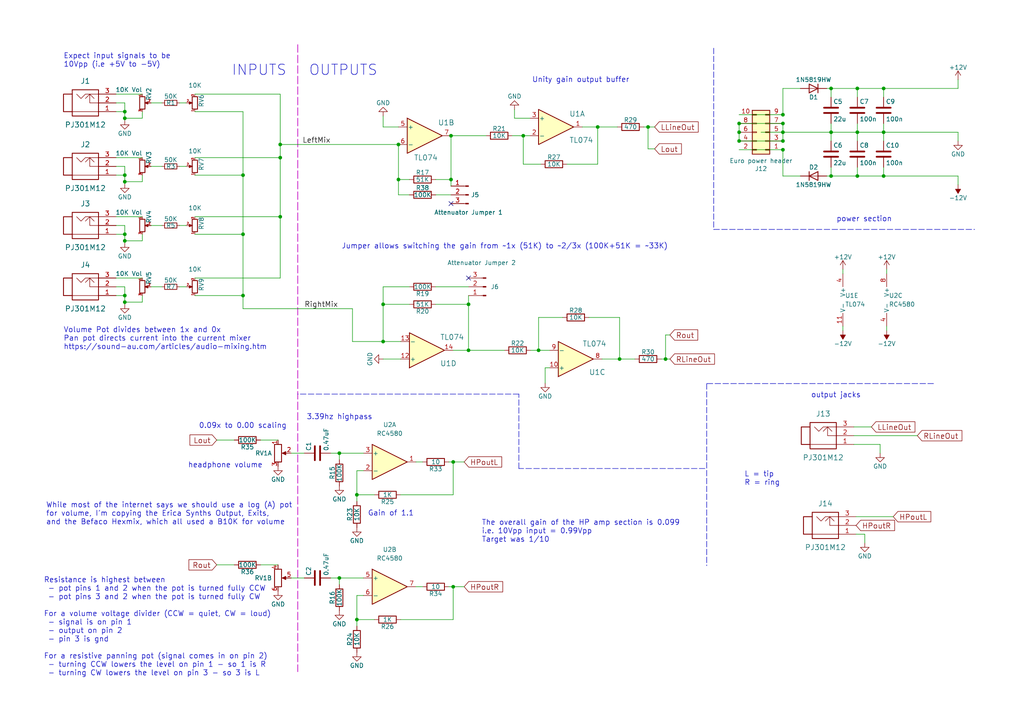
<source format=kicad_sch>
(kicad_sch (version 20211123) (generator eeschema)
  (paper "A4")
  (lib_symbols
    (symbol "Amplifier_Operational:RC4580" (pin_names (offset 0.127))
      (property "Reference" "U" (at 0 5.08 0))
      (property "Value" "RC4580" (at 0 -5.08 0))
      (symbol "RC4580_1_1"
        (polyline (pts (xy -5.08 5.08) (xy 5.08 0) (xy -5.08 -5.08) (xy -5.08 5.08)) (stroke (width 0.254)) (fill (type background)))
        (pin output line (at 7.62 0 180) (length 2.54) (name "~") (number "1"))
        (pin input line (at -7.62 -2.54 0) (length 2.54) (name "-") (number "2"))
        (pin input line (at -7.62 2.54 0) (length 2.54) (name "+") (number "3"))
      )
      (symbol "RC4580_2_1"
        (polyline (pts (xy -5.08 5.08) (xy 5.08 0) (xy -5.08 -5.08) (xy -5.08 5.08)) (stroke (width 0.254)) (fill (type background)))
        (pin input line (at -7.62 2.54 0) (length 2.54) (name "+") (number "5"))
        (pin input line (at -7.62 -2.54 0) (length 2.54) (name "-") (number "6"))
        (pin output line (at 7.62 0 180) (length 2.54) (name "~") (number "7"))
      )
      (symbol "RC4580_3_1"
        (pin power_in line (at -2.54 -7.62 90) (length 3.81) (name "V-") (number "4"))
        (pin power_in line (at -2.54 7.62 270) (length 3.81) (name "V+") (number "8"))
      )
    )
    (symbol "Amplifier_Operational:TL074" (pin_names (offset 0.127))
      (property "Reference" "U" (at 0 5.08 0))
      (property "Value" "TL074" (at 0 -5.08 0))
      (symbol "TL074_1_1"
        (polyline (pts (xy -5.08 5.08) (xy 5.08 0) (xy -5.08 -5.08) (xy -5.08 5.08)) (stroke (width 0.254)) (fill (type background)))
        (pin output line (at 7.62 0 180) (length 2.54) (name "~") (number "1"))
        (pin input line (at -7.62 -2.54 0) (length 2.54) (name "-") (number "2"))
        (pin input line (at -7.62 2.54 0) (length 2.54) (name "+") (number "3"))
      )
      (symbol "TL074_2_1"
        (polyline (pts (xy -5.08 5.08) (xy 5.08 0) (xy -5.08 -5.08) (xy -5.08 5.08)) (stroke (width 0.254)) (fill (type background)))
        (pin input line (at -7.62 2.54 0) (length 2.54) (name "+") (number "5"))
        (pin input line (at -7.62 -2.54 0) (length 2.54) (name "-") (number "6"))
        (pin output line (at 7.62 0 180) (length 2.54) (name "~") (number "7"))
      )
      (symbol "TL074_3_1"
        (polyline (pts (xy -5.08 5.08) (xy 5.08 0) (xy -5.08 -5.08) (xy -5.08 5.08)) (stroke (width 0.254)) (fill (type background)))
        (pin input line (at -7.62 2.54 0) (length 2.54) (name "+") (number "10"))
        (pin output line (at 7.62 0 180) (length 2.54) (name "~") (number "8"))
        (pin input line (at -7.62 -2.54 0) (length 2.54) (name "-") (number "9"))
      )
      (symbol "TL074_4_1"
        (polyline (pts (xy -5.08 5.08) (xy 5.08 0) (xy -5.08 -5.08) (xy -5.08 5.08)) (stroke (width 0.254)) (fill (type background)))
        (pin input line (at -7.62 2.54 0) (length 2.54) (name "+") (number "12"))
        (pin input line (at -7.62 -2.54 0) (length 2.54) (name "-") (number "13"))
        (pin output line (at 7.62 0 180) (length 2.54) (name "~") (number "14"))
      )
      (symbol "TL074_5_1"
        (pin power_in line (at -2.54 -7.62 90) (length 3.81) (name "V-") (number "11"))
        (pin power_in line (at -2.54 7.62 270) (length 3.81) (name "V+") (number "4"))
      )
    )
    (symbol "Connector:Conn_01x03_Male" (pin_names (offset 1.016) hide)
      (property "Reference" "J" (at 0 5.08 0))
      (property "Value" "Conn_01x03_Male" (at 0 -5.08 0))
      (symbol "Conn_01x03_Male_1_1"
        (polyline (pts (xy 1.27 -2.54) (xy 0.8636 -2.54)) (stroke (width 0.1524)))
        (polyline (pts (xy 1.27 0) (xy 0.8636 0)) (stroke (width 0.1524)))
        (polyline (pts (xy 1.27 2.54) (xy 0.8636 2.54)) (stroke (width 0.1524)))
        (rectangle (start 0.8636 -2.413) (end 0 -2.667) (stroke (width 0.1524)) (fill (type outline)))
        (rectangle (start 0.8636 0.127) (end 0 -0.127) (stroke (width 0.1524)) (fill (type outline)))
        (rectangle (start 0.8636 2.667) (end 0 2.413) (stroke (width 0.1524)) (fill (type outline)))
        (pin passive line (at 5.08 2.54 180) (length 3.81) (name "Pin_1") (number "1"))
        (pin passive line (at 5.08 0 180) (length 3.81) (name "Pin_2") (number "2"))
        (pin passive line (at 5.08 -2.54 180) (length 3.81) (name "Pin_3") (number "3"))
      )
    )
    (symbol "Connector_Generic:Conn_02x05_Odd_Even" (pin_names (offset 1.016) hide)
      (property "Reference" "J" (at 1.27 7.62 0))
      (property "Value" "Conn_02x05_Odd_Even" (at 1.27 -7.62 0))
      (symbol "Conn_02x05_Odd_Even_1_1"
        (rectangle (start -1.27 -4.953) (end 0 -5.207) (stroke (width 0.1524)))
        (rectangle (start -1.27 -2.413) (end 0 -2.667) (stroke (width 0.1524)))
        (rectangle (start -1.27 0.127) (end 0 -0.127) (stroke (width 0.1524)))
        (rectangle (start -1.27 2.667) (end 0 2.413) (stroke (width 0.1524)))
        (rectangle (start -1.27 5.207) (end 0 4.953) (stroke (width 0.1524)))
        (rectangle (start -1.27 6.35) (end 3.81 -6.35) (stroke (width 0.254)) (fill (type background)))
        (rectangle (start 3.81 -4.953) (end 2.54 -5.207) (stroke (width 0.1524)))
        (rectangle (start 3.81 -2.413) (end 2.54 -2.667) (stroke (width 0.1524)))
        (rectangle (start 3.81 0.127) (end 2.54 -0.127) (stroke (width 0.1524)))
        (rectangle (start 3.81 2.667) (end 2.54 2.413) (stroke (width 0.1524)))
        (rectangle (start 3.81 5.207) (end 2.54 4.953) (stroke (width 0.1524)))
        (pin passive line (at -5.08 5.08 0) (length 3.81) (name "Pin_1") (number "1"))
        (pin passive line (at 7.62 -5.08 180) (length 3.81) (name "Pin_10") (number "10"))
        (pin passive line (at 7.62 5.08 180) (length 3.81) (name "Pin_2") (number "2"))
        (pin passive line (at -5.08 2.54 0) (length 3.81) (name "Pin_3") (number "3"))
        (pin passive line (at 7.62 2.54 180) (length 3.81) (name "Pin_4") (number "4"))
        (pin passive line (at -5.08 0 0) (length 3.81) (name "Pin_5") (number "5"))
        (pin passive line (at 7.62 0 180) (length 3.81) (name "Pin_6") (number "6"))
        (pin passive line (at -5.08 -2.54 0) (length 3.81) (name "Pin_7") (number "7"))
        (pin passive line (at 7.62 -2.54 180) (length 3.81) (name "Pin_8") (number "8"))
        (pin passive line (at -5.08 -5.08 0) (length 3.81) (name "Pin_9") (number "9"))
      )
    )
    (symbol "Device:C" (pin_numbers hide) (pin_names (offset 0.254))
      (property "Reference" "C" (at 0.635 2.54 0))
      (property "Value" "C" (at 0.635 -2.54 0))
      (symbol "C_0_1"
        (polyline (pts (xy -2.032 -0.762) (xy 2.032 -0.762)) (stroke (width 0.508)))
        (polyline (pts (xy -2.032 0.762) (xy 2.032 0.762)) (stroke (width 0.508)))
      )
      (symbol "C_1_1"
        (pin passive line (at 0 3.81 270) (length 2.794) (name "~") (number "1"))
        (pin passive line (at 0 -3.81 90) (length 2.794) (name "~") (number "2"))
      )
    )
    (symbol "Device:D" (pin_numbers hide) (pin_names (offset 1.016) hide)
      (property "Reference" "D" (at 0 2.54 0))
      (property "Value" "D" (at 0 -2.54 0))
      (symbol "D_0_1"
        (polyline (pts (xy -1.27 1.27) (xy -1.27 -1.27)) (stroke (width 0.254)))
        (polyline (pts (xy 1.27 0) (xy -1.27 0)))
        (polyline (pts (xy 1.27 1.27) (xy 1.27 -1.27) (xy -1.27 0) (xy 1.27 1.27)) (stroke (width 0.254)))
      )
      (symbol "D_1_1"
        (pin passive line (at -3.81 0 0) (length 2.54) (name "K") (number "1"))
        (pin passive line (at 3.81 0 180) (length 2.54) (name "A") (number "2"))
      )
    )
    (symbol "Device:R" (pin_numbers hide) (pin_names (offset 0))
      (property "Reference" "R" (at 2.032 0 90))
      (property "Value" "R" (at 0 0 90))
      (symbol "R_0_1"
        (rectangle (start -1.016 -2.54) (end 1.016 2.54) (stroke (width 0.254)))
      )
      (symbol "R_1_1"
        (pin passive line (at 0 3.81 270) (length 1.27) (name "~") (number "1"))
        (pin passive line (at 0 -3.81 90) (length 1.27) (name "~") (number "2"))
      )
    )
    (symbol "Device:R_POT_Dual_Separate" (pin_names (offset 1.016) hide)
      (property "Reference" "RV" (at -4.445 0 90))
      (property "Value" "Device_R_POT_Dual_Separate" (at -2.54 0 90))
      (symbol "R_POT_Dual_Separate_0_1"
        (polyline (pts (xy 2.54 0) (xy 1.524 0)))
        (polyline (pts (xy 1.143 0) (xy 2.286 0.508) (xy 2.286 -0.508) (xy 1.143 0)) (fill (type outline)))
        (rectangle (start 1.016 2.54) (end -1.016 -2.54) (stroke (width 0.254)))
      )
      (symbol "R_POT_Dual_Separate_1_1"
        (pin passive line (at 0 3.81 270) (length 1.27) (name "1") (number "1"))
        (pin passive line (at 3.81 0 180) (length 1.27) (name "2") (number "2"))
        (pin passive line (at 0 -3.81 90) (length 1.27) (name "3") (number "3"))
      )
      (symbol "R_POT_Dual_Separate_2_1"
        (pin passive line (at 0 3.81 270) (length 1.27) (name "4") (number "4"))
        (pin passive line (at 3.81 0 180) (length 1.27) (name "5") (number "5"))
        (pin passive line (at 0 -3.81 90) (length 1.27) (name "6") (number "6"))
      )
    )
    (symbol "Device:R_Potentiometer_Small" (pin_names (offset 1.016) hide)
      (property "Reference" "RV" (at -4.445 0 90))
      (property "Value" "R_Potentiometer_Small" (at -2.54 0 90))
      (symbol "R_Potentiometer_Small_0_1"
        (polyline (pts (xy 0.889 0) (xy 0.635 0) (xy 1.651 0.381) (xy 1.651 -0.381) (xy 0.635 0) (xy 0.889 0)) (fill (type outline)))
        (rectangle (start 0.762 1.8034) (end -0.762 -1.8034) (stroke (width 0.254)))
      )
      (symbol "R_Potentiometer_Small_1_1"
        (pin passive line (at 0 2.54 270) (length 0.635) (name "1") (number "1"))
        (pin passive line (at 2.54 0 180) (length 0.9906) (name "2") (number "2"))
        (pin passive line (at 0 -2.54 90) (length 0.635) (name "3") (number "3"))
      )
    )
    (symbol "Device:R_Small" (pin_numbers hide) (pin_names (offset 0.254) hide)
      (property "Reference" "R" (at 0.762 0.508 0))
      (property "Value" "R_Small" (at 0.762 -1.016 0))
      (symbol "R_Small_0_1"
        (rectangle (start -0.762 1.778) (end 0.762 -1.778) (stroke (width 0.2032)))
      )
      (symbol "R_Small_1_1"
        (pin passive line (at 0 2.54 270) (length 0.762) (name "~") (number "1"))
        (pin passive line (at 0 -2.54 90) (length 0.762) (name "~") (number "2"))
      )
    )
    (symbol "pj301m12:PJ301M12" (pin_names (offset 1.016))
      (property "Reference" "J" (at 0 6.35 0))
      (property "Value" "PJ301M12" (at 0 -6.35 0))
      (symbol "PJ301M12_0_1"
        (rectangle (start -3.81 3.81) (end 3.81 -3.81) (stroke (width 0.254)))
        (polyline (pts (xy 3.81 -2.54) (xy -3.81 -2.54)))
        (polyline (pts (xy 0 1.27) (xy 1.27 2.54) (xy 2.54 1.27)))
        (polyline (pts (xy 3.81 0) (xy 1.27 0) (xy 1.27 2.54)))
        (polyline (pts (xy -3.81 2.54) (xy -6.35 2.54) (xy -6.35 -2.54) (xy -3.81 -2.54)) (stroke (width 0.254)))
        (polyline (pts (xy 3.81 2.54) (xy 0 2.54) (xy -1.27 1.27) (xy -2.54 2.54)))
      )
      (symbol "PJ301M12_1_1"
        (pin passive line (at 8.89 -2.54 180) (length 5.08) (name "~") (number "1"))
        (pin passive line (at 8.89 0 180) (length 5.08) (name "~") (number "2"))
        (pin passive line (at 8.89 2.54 180) (length 5.08) (name "~") (number "3"))
      )
    )
    (symbol "power:+12V" (power) (pin_names (offset 0))
      (property "Value" "+12V" (at 0 3.556 0))
      (symbol "+12V_0_1"
        (polyline (pts (xy -0.762 1.27) (xy 0 2.54)))
        (polyline (pts (xy 0 0) (xy 0 2.54)))
        (polyline (pts (xy 0 2.54) (xy 0.762 1.27)))
      )
      (symbol "+12V_1_1"
        (pin power_in line (at 0 0 90) (length 0) hide (name "+12V") (number "1"))
      )
    )
    (symbol "power:-12V" (power) (pin_names (offset 0))
      (property "Value" "-12V" (at 0 3.81 0))
      (symbol "-12V_0_0"
        (pin power_in line (at 0 0 90) (length 0) hide (name "-12V") (number "1"))
      )
      (symbol "-12V_0_1"
        (polyline (pts (xy 0 0) (xy 0 1.27) (xy 0.762 1.27) (xy 0 2.54) (xy -0.762 1.27) (xy 0 1.27)) (fill (type outline)))
      )
    )
    (symbol "power:GND" (power) (pin_names (offset 0))
      (property "Value" "GND" (at 0 -3.81 0))
      (symbol "GND_0_1"
        (polyline (pts (xy 0 0) (xy 0 -1.27) (xy 1.27 -1.27) (xy 0 -2.54) (xy -1.27 -1.27) (xy 0 -1.27)))
      )
      (symbol "GND_1_1"
        (pin power_in line (at 0 0 270) (length 0) hide (name "GND") (number "1"))
      )
    )
  )
  (junction (at 131.445 170.18))
  (junction (at 248.666 51.054))
  (junction (at 115.57 41.91))
  (junction (at 248.666 38.354))
  (junction (at 36.195 34.29))
  (junction (at 227.076 40.894))
  (junction (at 193.04 104.14))
  (junction (at 36.195 32.385))
  (junction (at 36.195 87.63))
  (junction (at 70.485 67.945))
  (junction (at 115.57 52.07))
  (junction (at 98.425 167.64))
  (junction (at 111.125 88.265))
  (junction (at 98.425 131.445))
  (junction (at 214.376 35.814))
  (junction (at 227.076 35.814))
  (junction (at 36.195 85.725))
  (junction (at 81.28 41.91))
  (junction (at 256.286 38.354))
  (junction (at 227.076 43.434))
  (junction (at 156.21 101.6))
  (junction (at 36.195 50.8))
  (junction (at 111.125 99.06))
  (junction (at 36.195 52.705))
  (junction (at 103.505 143.51))
  (junction (at 151.765 39.37))
  (junction (at 214.376 40.894))
  (junction (at 36.195 69.85))
  (junction (at 241.046 51.054))
  (junction (at 135.89 101.6))
  (junction (at 81.28 45.72))
  (junction (at 256.286 51.054))
  (junction (at 70.485 85.725))
  (junction (at 227.076 38.354))
  (junction (at 70.485 50.8))
  (junction (at 227.076 33.274))
  (junction (at 173.355 36.83))
  (junction (at 130.81 52.07))
  (junction (at 81.28 62.865))
  (junction (at 179.705 104.14))
  (junction (at 130.81 39.37))
  (junction (at 36.195 67.945))
  (junction (at 256.286 25.654))
  (junction (at 214.376 38.354))
  (junction (at 248.666 25.654))
  (junction (at 131.445 133.985))
  (junction (at 135.89 88.265))
  (junction (at 103.505 179.705))
  (junction (at 187.96 36.83))
  (junction (at 241.046 38.354))
  (junction (at 241.046 25.654))
  (no_connect (at 130.81 59.055))
  (no_connect (at 135.89 80.645))
  (wire (pts (xy 227.076 35.814) (xy 227.076 38.354)))
  (wire (pts (xy 241.046 25.654) (xy 248.666 25.654)))
  (wire (pts (xy 111.125 104.14) (xy 116.205 104.14)))
  (wire (pts (xy 41.275 69.85) (xy 36.195 69.85)))
  (wire (pts (xy 111.125 99.06) (xy 111.125 88.265)))
  (wire (pts (xy 43.815 65.405) (xy 46.99 65.405)))
  (wire (pts (xy 135.89 88.265) (xy 135.89 101.6)))
  (wire (pts (xy 130.81 52.07) (xy 130.81 53.975)))
  (wire (pts (xy 43.815 29.845) (xy 46.99 29.845)))
  (wire (pts (xy 103.505 179.705) (xy 103.505 181.61)))
  (wire (pts (xy 98.425 167.64) (xy 98.425 169.545)))
  (wire (pts (xy 151.765 47.625) (xy 156.845 47.625)))
  (wire (pts (xy 105.41 136.525) (xy 103.505 136.525)))
  (wire (pts (xy 248.666 25.654) (xy 248.666 28.194)))
  (wire (pts (xy 220.726 38.354) (xy 227.076 38.354)))
  (wire (pts (xy 84.455 131.445) (xy 88.265 131.445)))
  (wire (pts (xy 36.195 67.945) (xy 36.195 69.85)))
  (wire (pts (xy 105.41 172.72) (xy 103.505 172.72)))
  (wire (pts (xy 33.655 83.185) (xy 36.195 83.185)))
  (wire (pts (xy 115.57 52.07) (xy 118.745 52.07)))
  (wire (pts (xy 135.89 85.725) (xy 135.89 88.265)))
  (wire (pts (xy 255.27 128.905) (xy 255.27 131.445)))
  (wire (pts (xy 130.175 133.985) (xy 131.445 133.985)))
  (wire (pts (xy 241.046 35.814) (xy 241.046 38.354)))
  (wire (pts (xy 33.655 50.8) (xy 36.195 50.8)))
  (wire (pts (xy 98.425 131.445) (xy 105.41 131.445)))
  (wire (pts (xy 186.69 36.83) (xy 187.96 36.83)))
  (wire (pts (xy 115.57 41.91) (xy 115.57 52.07)))
  (wire (pts (xy 191.77 104.14) (xy 193.04 104.14)))
  (wire (pts (xy 84.455 167.64) (xy 88.265 167.64)))
  (wire (pts (xy 41.275 85.725) (xy 41.275 87.63)))
  (wire (pts (xy 116.205 99.06) (xy 111.125 99.06)))
  (wire (pts (xy 156.21 92.075) (xy 163.195 92.075)))
  (wire (pts (xy 33.655 80.645) (xy 41.275 80.645)))
  (wire (pts (xy 103.505 136.525) (xy 103.505 143.51)))
  (wire (pts (xy 247.65 126.365) (xy 266.065 126.365)))
  (wire (pts (xy 103.505 172.72) (xy 103.505 179.705)))
  (wire (pts (xy 36.195 69.85) (xy 36.195 70.485)))
  (wire (pts (xy 81.28 45.72) (xy 81.28 62.865)))
  (wire (pts (xy 131.445 133.985) (xy 131.445 143.51)))
  (wire (pts (xy 248.666 38.354) (xy 248.666 40.894)))
  (wire (pts (xy 241.046 51.054) (xy 248.666 51.054)))
  (wire (pts (xy 41.275 87.63) (xy 36.195 87.63)))
  (wire (pts (xy 164.465 47.625) (xy 173.355 47.625)))
  (wire (pts (xy 36.195 65.405) (xy 36.195 67.945)))
  (wire (pts (xy 247.65 123.825) (xy 252.73 123.825)))
  (wire (pts (xy 70.485 67.945) (xy 70.485 85.725)))
  (wire (pts (xy 256.286 25.654) (xy 277.876 25.654)))
  (wire (pts (xy 248.666 48.514) (xy 248.666 51.054)))
  (wire (pts (xy 41.275 32.385) (xy 41.275 34.29)))
  (wire (pts (xy 244.475 78.105) (xy 244.475 79.375)))
  (wire (pts (xy 257.175 94.615) (xy 257.175 95.885)))
  (wire (pts (xy 36.195 83.185) (xy 36.195 85.725)))
  (wire (pts (xy 131.445 101.6) (xy 135.89 101.6)))
  (wire (pts (xy 131.445 133.985) (xy 134.62 133.985)))
  (wire (pts (xy 130.81 39.37) (xy 140.97 39.37)))
  (wire (pts (xy 135.89 101.6) (xy 146.304 101.6)))
  (polyline (pts (xy 204.47 135.89) (xy 150.495 135.89)))
  (wire (pts (xy 111.125 88.265) (xy 111.125 83.185)))
  (wire (pts (xy 241.046 38.354) (xy 241.046 40.894)))
  (wire (pts (xy 277.876 25.654) (xy 277.876 23.114)))
  (wire (pts (xy 214.376 35.814) (xy 227.076 35.814)))
  (wire (pts (xy 148.59 39.37) (xy 151.765 39.37)))
  (wire (pts (xy 241.046 25.654) (xy 241.046 28.194)))
  (polyline (pts (xy 86.36 12.954) (xy 86.36 194.818)) (stroke (width 0.2032) (color 194 0 194 1)))
  (polyline (pts (xy 270.764 111.252) (xy 204.978 111.252)))
  (wire (pts (xy 248.285 149.86) (xy 259.08 149.86)))
  (wire (pts (xy 75.565 127.635) (xy 80.645 127.635)))
  (wire (pts (xy 158.115 106.68) (xy 158.115 111.125)))
  (wire (pts (xy 248.666 38.354) (xy 256.286 38.354)))
  (wire (pts (xy 168.91 36.83) (xy 173.355 36.83)))
  (polyline (pts (xy 204.978 111.252) (xy 204.978 164.084)))
  (wire (pts (xy 36.195 29.845) (xy 36.195 32.385)))
  (wire (pts (xy 70.485 89.535) (xy 102.235 89.535)))
  (wire (pts (xy 36.195 32.385) (xy 36.195 34.29)))
  (wire (pts (xy 173.355 36.83) (xy 173.355 47.625)))
  (wire (pts (xy 36.195 52.705) (xy 36.195 53.34)))
  (wire (pts (xy 52.07 48.26) (xy 53.975 48.26)))
  (wire (pts (xy 247.65 128.905) (xy 255.27 128.905)))
  (wire (pts (xy 126.365 52.07) (xy 130.81 52.07)))
  (wire (pts (xy 81.28 41.91) (xy 115.57 41.91)))
  (wire (pts (xy 244.475 94.615) (xy 244.475 95.885)))
  (wire (pts (xy 126.365 56.515) (xy 130.81 56.515)))
  (wire (pts (xy 56.515 62.865) (xy 81.28 62.865)))
  (wire (pts (xy 173.355 36.83) (xy 179.07 36.83)))
  (wire (pts (xy 33.655 85.725) (xy 36.195 85.725)))
  (wire (pts (xy 131.445 170.18) (xy 134.62 170.18)))
  (wire (pts (xy 227.076 43.434) (xy 227.076 51.054)))
  (wire (pts (xy 98.425 131.445) (xy 98.425 133.35)))
  (wire (pts (xy 102.235 89.535) (xy 102.235 99.06)))
  (wire (pts (xy 193.04 97.155) (xy 193.04 104.14)))
  (wire (pts (xy 70.485 50.8) (xy 70.485 67.945)))
  (wire (pts (xy 33.655 67.945) (xy 36.195 67.945)))
  (wire (pts (xy 33.655 27.305) (xy 41.275 27.305)))
  (wire (pts (xy 126.365 88.265) (xy 135.89 88.265)))
  (wire (pts (xy 52.07 29.845) (xy 53.975 29.845)))
  (wire (pts (xy 156.21 92.075) (xy 156.21 101.6)))
  (wire (pts (xy 239.776 25.654) (xy 241.046 25.654)))
  (polyline (pts (xy 150.495 114.3) (xy 86.36 114.3)))
  (wire (pts (xy 111.125 33.655) (xy 111.125 36.83)))
  (wire (pts (xy 214.376 40.894) (xy 214.376 38.354)))
  (wire (pts (xy 33.655 48.26) (xy 36.195 48.26)))
  (wire (pts (xy 43.815 83.185) (xy 46.99 83.185)))
  (wire (pts (xy 52.07 65.405) (xy 53.975 65.405)))
  (polyline (pts (xy 207.01 66.548) (xy 282.702 66.548)))
  (wire (pts (xy 227.076 38.354) (xy 227.076 40.894)))
  (wire (pts (xy 241.046 38.354) (xy 248.666 38.354)))
  (wire (pts (xy 187.96 36.83) (xy 187.96 43.18)))
  (wire (pts (xy 41.275 34.29) (xy 36.195 34.29)))
  (polyline (pts (xy 150.495 135.89) (xy 150.495 114.3)))
  (wire (pts (xy 95.885 131.445) (xy 98.425 131.445)))
  (wire (pts (xy 62.865 163.83) (xy 67.945 163.83)))
  (wire (pts (xy 151.765 39.37) (xy 153.67 39.37)))
  (wire (pts (xy 52.07 83.185) (xy 53.975 83.185)))
  (wire (pts (xy 227.076 33.274) (xy 227.076 25.654)))
  (wire (pts (xy 43.815 48.26) (xy 46.99 48.26)))
  (wire (pts (xy 75.565 163.83) (xy 80.645 163.83)))
  (wire (pts (xy 174.625 104.14) (xy 179.705 104.14)))
  (wire (pts (xy 256.286 51.054) (xy 277.876 51.054)))
  (wire (pts (xy 111.125 83.185) (xy 118.745 83.185)))
  (wire (pts (xy 103.505 143.51) (xy 103.505 145.415)))
  (wire (pts (xy 95.885 167.64) (xy 98.425 167.64)))
  (polyline (pts (xy 207.01 13.97) (xy 207.01 66.548)))
  (wire (pts (xy 227.076 38.354) (xy 241.046 38.354)))
  (wire (pts (xy 193.04 104.14) (xy 194.31 104.14)))
  (wire (pts (xy 277.876 51.054) (xy 277.876 53.594)))
  (wire (pts (xy 70.485 85.725) (xy 70.485 89.535)))
  (wire (pts (xy 103.505 143.51) (xy 108.585 143.51)))
  (wire (pts (xy 241.046 48.514) (xy 241.046 51.054)))
  (wire (pts (xy 111.125 36.83) (xy 115.57 36.83)))
  (wire (pts (xy 227.076 40.894) (xy 214.376 40.894)))
  (wire (pts (xy 156.21 101.6) (xy 159.385 101.6)))
  (wire (pts (xy 179.705 92.075) (xy 179.705 104.14)))
  (wire (pts (xy 62.865 127.635) (xy 67.945 127.635)))
  (wire (pts (xy 277.876 38.354) (xy 277.876 40.894)))
  (wire (pts (xy 33.655 45.72) (xy 41.275 45.72)))
  (wire (pts (xy 56.515 32.385) (xy 70.485 32.385)))
  (wire (pts (xy 170.815 92.075) (xy 179.705 92.075)))
  (wire (pts (xy 56.515 45.72) (xy 81.28 45.72)))
  (wire (pts (xy 187.96 36.83) (xy 189.865 36.83)))
  (wire (pts (xy 248.666 35.814) (xy 248.666 38.354)))
  (wire (pts (xy 153.924 101.6) (xy 156.21 101.6)))
  (wire (pts (xy 214.376 43.434) (xy 227.076 43.434)))
  (wire (pts (xy 103.505 179.705) (xy 108.585 179.705)))
  (wire (pts (xy 36.195 50.8) (xy 36.195 52.705)))
  (wire (pts (xy 131.445 170.18) (xy 131.445 179.705)))
  (wire (pts (xy 56.515 27.305) (xy 81.28 27.305)))
  (wire (pts (xy 256.286 51.054) (xy 256.286 48.514)))
  (wire (pts (xy 115.57 52.07) (xy 115.57 56.515)))
  (wire (pts (xy 126.365 83.185) (xy 135.89 83.185)))
  (wire (pts (xy 56.515 85.725) (xy 70.485 85.725)))
  (wire (pts (xy 81.28 62.865) (xy 81.28 80.645)))
  (wire (pts (xy 33.655 29.845) (xy 36.195 29.845)))
  (wire (pts (xy 256.286 38.354) (xy 256.286 40.894)))
  (wire (pts (xy 256.286 25.654) (xy 256.286 28.194)))
  (wire (pts (xy 33.655 32.385) (xy 36.195 32.385)))
  (wire (pts (xy 149.225 31.75) (xy 149.225 34.29)))
  (wire (pts (xy 248.666 51.054) (xy 256.286 51.054)))
  (wire (pts (xy 187.96 43.18) (xy 189.865 43.18)))
  (wire (pts (xy 130.175 170.18) (xy 131.445 170.18)))
  (wire (pts (xy 70.485 32.385) (xy 70.485 50.8)))
  (wire (pts (xy 116.205 179.705) (xy 131.445 179.705)))
  (wire (pts (xy 115.57 56.515) (xy 118.745 56.515)))
  (wire (pts (xy 248.666 25.654) (xy 256.286 25.654)))
  (wire (pts (xy 159.385 106.68) (xy 158.115 106.68)))
  (wire (pts (xy 179.705 104.14) (xy 184.15 104.14)))
  (wire (pts (xy 41.275 50.8) (xy 41.275 52.705)))
  (wire (pts (xy 214.376 33.274) (xy 227.076 33.274)))
  (wire (pts (xy 149.225 34.29) (xy 153.67 34.29)))
  (wire (pts (xy 227.076 25.654) (xy 232.156 25.654)))
  (wire (pts (xy 257.175 78.105) (xy 257.175 79.375)))
  (wire (pts (xy 120.65 133.985) (xy 122.555 133.985)))
  (wire (pts (xy 102.235 99.06) (xy 111.125 99.06)))
  (wire (pts (xy 116.205 143.51) (xy 131.445 143.51)))
  (wire (pts (xy 256.286 38.354) (xy 277.876 38.354)))
  (wire (pts (xy 194.31 97.155) (xy 193.04 97.155)))
  (wire (pts (xy 239.776 51.054) (xy 241.046 51.054)))
  (wire (pts (xy 120.65 170.18) (xy 122.555 170.18)))
  (wire (pts (xy 41.275 67.945) (xy 41.275 69.85)))
  (wire (pts (xy 214.376 38.354) (xy 214.376 35.814)))
  (wire (pts (xy 56.515 80.645) (xy 81.28 80.645)))
  (wire (pts (xy 56.515 67.945) (xy 70.485 67.945)))
  (wire (pts (xy 36.195 34.29) (xy 36.195 34.925)))
  (wire (pts (xy 151.765 39.37) (xy 151.765 47.625)))
  (wire (pts (xy 36.195 87.63) (xy 36.195 88.265)))
  (wire (pts (xy 227.076 51.054) (xy 232.156 51.054)))
  (wire (pts (xy 33.655 65.405) (xy 36.195 65.405)))
  (wire (pts (xy 248.285 154.94) (xy 250.825 154.94)))
  (wire (pts (xy 36.195 48.26) (xy 36.195 50.8)))
  (wire (pts (xy 250.825 154.94) (xy 250.825 157.48)))
  (wire (pts (xy 111.125 88.265) (xy 118.745 88.265)))
  (wire (pts (xy 56.515 50.8) (xy 70.485 50.8)))
  (wire (pts (xy 256.286 35.814) (xy 256.286 38.354)))
  (wire (pts (xy 130.81 39.37) (xy 130.81 52.07)))
  (wire (pts (xy 98.425 167.64) (xy 105.41 167.64)))
  (wire (pts (xy 81.28 41.91) (xy 81.28 45.72)))
  (wire (pts (xy 81.28 27.305) (xy 81.28 41.91)))
  (wire (pts (xy 36.195 85.725) (xy 36.195 87.63)))
  (wire (pts (xy 41.275 52.705) (xy 36.195 52.705)))
  (wire (pts (xy 33.655 62.865) (xy 41.275 62.865)))
  (text "The overall gain of the HP amp section is 0.099\ni.e. 10Vpp input = 0.99Vpp\nTarget was 1/10" (at 139.7 157.48 0) (effects (font (size 1.524 1.524)) (justify left bottom)))
  (text "headphone volume" (at 76.2 135.89 180) (effects (font (size 1.524 1.524)) (justify right bottom)))
  (text "3.39hz highpass" (at 88.9 121.92 0) (effects (font (size 1.524 1.524)) (justify left bottom)))
  (text "INPUTS" (at 83.185 22.225 180) (effects (font (size 2.9972 2.9972)) (justify right bottom)))
  (text "Volume Pot divides between 1x and 0x\nPan pot directs current into the current mixer\nhttps://sound-au.com/articles/audio-mixing.htm" (at 18.415 101.6 0) (effects (font (size 1.524 1.524)) (justify left bottom)))
  (text "L = tip\nR = ring" (at 215.9 140.97 0) (effects (font (size 1.524 1.524)) (justify left bottom)))
  (text "Unity gain output buffer" (at 154.305 24.13 0) (effects (font (size 1.524 1.524)) (justify left bottom)))
  (text "0.09x to 0.00 scaling" (at 83.185 124.46 180) (effects (font (size 1.524 1.524)) (justify right bottom)))
  (text "Gain of 1.1" (at 106.68 149.86 0) (effects (font (size 1.524 1.524)) (justify left bottom)))
  (text "While most of the internet says we should use a log (A) pot\nfor volume, I'm copying the Erica Synths Output, Exits,\nand the Befaco Hexmix, which all used a B10K for volume" (at 13.335 152.4 0) (effects (font (size 1.524 1.524)) (justify left bottom)))
  (text "OUTPUTS" (at 89.535 22.225 0) (effects (font (size 2.9972 2.9972)) (justify left bottom)))
  (text "Jumper allows switching the gain from ~1x (51K) to ~2/3x (100K+51K = ~33K)" (at 99.06 72.39 0) (effects (font (size 1.524 1.524)) (justify left bottom)))
  (text "output jacks" (at 235.204 115.57 0) (effects (font (size 1.524 1.524)) (justify left bottom)))
  (text "Expect input signals to be\n10Vpp (i.e +5V to -5V)" (at 18.415 19.685 0) (effects (font (size 1.524 1.524)) (justify left bottom)))
  (text "power section" (at 242.57 64.516 0) (effects (font (size 1.524 1.524)) (justify left bottom)))
  (text "Resistance is highest between\n - pot pins 1 and 2 when the pot is turned fully CCW\n - pot pins 3 and 2 when the pot is turned fully CW\n\nFor a volume voltage divider (CCW = quiet, CW = loud)\n - signal is on pin 1\n - output on pin 2\n - pin 3 is gnd\n\nFor a resistive panning pot (signal comes in on pin 2)\n - turning CCW lowers the level on pin 1 - so 1 is R\n - turning CW lowers the level on pin 3 - so 3 is L\n" (at 12.7 196.215 0) (effects (font (size 1.524 1.524)) (justify left bottom)))
  (label "RightMix" (at 88.265 89.535 0) (effects (font (size 1.524 1.524))))
  (label "LeftMix" (at 95.885 41.91 180) (effects (font (size 1.524 1.524))))
  (global_label "RLineOut" (shape input) (at 194.31 104.14 0) (effects (font (size 1.524 1.524))) (property "Intersheet References" "${INTERSHEET_REFS}" (effects hide)))
  (global_label "HPoutL" (shape input) (at 134.62 133.985 0) (effects (font (size 1.524 1.524))) (property "Intersheet References" "${INTERSHEET_REFS}" (effects hide)))
  (global_label "RLineOut" (shape input) (at 266.065 126.365 0) (effects (font (size 1.524 1.524))) (property "Intersheet References" "${INTERSHEET_REFS}" (effects hide)))
  (global_label "HPoutL" (shape input) (at 259.08 149.86 0) (effects (font (size 1.524 1.524))) (property "Intersheet References" "${INTERSHEET_REFS}" (effects hide)))
  (global_label "Lout" (shape input) (at 62.865 127.635 180) (effects (font (size 1.524 1.524))) (property "Intersheet References" "${INTERSHEET_REFS}" (effects hide)))
  (global_label "HPoutR" (shape input) (at 134.62 170.18 0) (effects (font (size 1.524 1.524))) (property "Intersheet References" "${INTERSHEET_REFS}" (effects hide)))
  (global_label "Rout" (shape input) (at 194.31 97.155 0) (effects (font (size 1.524 1.524))) (property "Intersheet References" "${INTERSHEET_REFS}" (effects hide)))
  (global_label "LLineOut" (shape input) (at 252.73 123.825 0) (effects (font (size 1.524 1.524))) (property "Intersheet References" "${INTERSHEET_REFS}" (effects hide)))
  (global_label "Rout" (shape input) (at 62.865 163.83 180) (effects (font (size 1.524 1.524))) (property "Intersheet References" "${INTERSHEET_REFS}" (effects hide)))
  (global_label "HPoutR" (shape input) (at 248.285 152.4 0) (effects (font (size 1.524 1.524))) (property "Intersheet References" "${INTERSHEET_REFS}" (effects hide)))
  (global_label "LLineOut" (shape input) (at 189.865 36.83 0) (effects (font (size 1.524 1.524))) (property "Intersheet References" "${INTERSHEET_REFS}" (effects hide)))
  (global_label "Lout" (shape input) (at 189.865 43.18 0) (effects (font (size 1.524 1.524))) (property "Intersheet References" "${INTERSHEET_REFS}" (effects hide)))
  (symbol (lib_id "Device:R") (at 182.88 36.83 90) (unit 1)
    (property "Reference" "R29" (at 182.88 34.798 90))
    (property "Value" "470" (at 182.88 36.83 90))
    (property "Footprint" "Resistor_SMD:R_0603_1608Metric" (effects hide))
  )
  (symbol (lib_id "Device:R") (at 187.96 104.14 90) (unit 1)
    (property "Reference" "R30" (at 187.96 102.108 90))
    (property "Value" "470" (at 187.96 104.14 90))
    (property "Footprint" "Resistor_SMD:R_0603_1608Metric" (effects hide))
  )
  (symbol (lib_id "Device:R") (at 122.555 52.07 90) (unit 1)
    (property "Reference" "R17" (at 122.555 50.038 90))
    (property "Value" "51K" (at 122.555 52.07 90))
    (property "Footprint" "Resistor_SMD:R_0603_1608Metric" (effects hide))
  )
  (symbol (lib_id "Device:R") (at 144.78 39.37 90) (unit 1)
    (property "Reference" "R21" (at 144.78 37.338 90))
    (property "Value" "10K" (at 144.78 39.37 90))
    (property "Footprint" "Resistor_SMD:R_0603_1608Metric" (effects hide))
  )
  (symbol (lib_id "Device:R") (at 160.655 47.625 90) (unit 1)
    (property "Reference" "R27" (at 160.655 45.593 90))
    (property "Value" "10K" (at 160.655 47.625 90))
    (property "Footprint" "Resistor_SMD:R_0603_1608Metric" (effects hide))
  )
  (symbol (lib_id "Device:R") (at 122.555 88.265 90) (mirror x) (unit 1)
    (property "Reference" "R20" (at 122.555 90.297 90))
    (property "Value" "51K" (at 122.555 88.265 90))
    (property "Footprint" "Resistor_SMD:R_0603_1608Metric" (effects hide))
  )
  (symbol (lib_id "Device:R") (at 150.114 101.6 90) (unit 1)
    (property "Reference" "R22" (at 150.114 99.568 90))
    (property "Value" "10K" (at 150.114 101.6 90))
    (property "Footprint" "Resistor_SMD:R_0603_1608Metric" (effects hide))
  )
  (symbol (lib_id "Device:R") (at 167.005 92.075 90) (unit 1)
    (property "Reference" "R28" (at 167.005 90.043 90))
    (property "Value" "10K" (at 167.005 92.075 90))
    (property "Footprint" "Resistor_SMD:R_0603_1608Metric" (effects hide))
  )
  (symbol (lib_id "Device:D") (at 235.966 25.654 180) (unit 1)
    (property "Reference" "D1" (at 235.966 28.194 0))
    (property "Value" "1N5819HW" (at 235.966 23.114 0))
    (property "Footprint" "nearness:SOD-123" (effects hide))
  )
  (symbol (lib_id "Device:D") (at 235.966 51.054 0) (unit 1)
    (property "Reference" "D2" (at 235.966 48.514 0))
    (property "Value" "1N5819HW" (at 235.966 53.594 0))
    (property "Footprint" "nearness:SOD-123" (effects hide))
  )
  (symbol (lib_id "Device:C") (at 241.046 32.004 0) (unit 1)
    (property "Reference" "C5" (at 241.681 29.464 0) (effects (justify left)))
    (property "Value" "22u" (at 241.681 34.544 0) (effects (justify left)))
    (property "Footprint" "Capacitor_SMD:C_0805_2012Metric" (effects hide))
  )
  (symbol (lib_id "Device:C") (at 241.046 44.704 0) (unit 1)
    (property "Reference" "C6" (at 241.681 42.164 0) (effects (justify left)))
    (property "Value" "22u" (at 241.681 47.244 0) (effects (justify left)))
    (property "Footprint" "Capacitor_SMD:C_0805_2012Metric" (effects hide))
  )
  (symbol (lib_id "Device:C") (at 248.666 32.004 0) (unit 1)
    (property "Reference" "C7" (at 249.301 29.464 0) (effects (justify left)))
    (property "Value" "100n" (at 249.301 34.544 0) (effects (justify left)))
    (property "Footprint" "Capacitor_SMD:C_0603_1608Metric" (effects hide))
  )
  (symbol (lib_id "Device:C") (at 248.666 44.704 0) (unit 1)
    (property "Reference" "C8" (at 249.301 42.164 0) (effects (justify left)))
    (property "Value" "100n" (at 249.301 47.244 0) (effects (justify left)))
    (property "Footprint" "Capacitor_SMD:C_0603_1608Metric" (effects hide))
  )
  (symbol (lib_id "power:+12V") (at 277.876 23.114 0) (unit 1)
    (property "Reference" "#PWR029" (effects hide))
    (property "Value" "+12V" (at 277.876 19.558 0))
  )
  (symbol (lib_id "power:-12V") (at 277.876 53.594 180) (unit 1)
    (property "Reference" "#PWR031" (effects hide))
    (property "Value" "-12V" (at 277.876 57.404 0))
  )
  (symbol (lib_id "power:GND") (at 277.876 40.894 0) (unit 1)
    (property "Reference" "#PWR030" (effects hide))
    (property "Value" "GND" (at 277.876 44.704 0))
  )
  (symbol (lib_id "power:+12V") (at 244.475 78.105 0) (unit 1)
    (property "Reference" "#PWR022" (effects hide))
    (property "Value" "+12V" (at 244.475 74.549 0))
  )
  (symbol (lib_id "power:-12V") (at 244.475 95.885 180) (unit 1)
    (property "Reference" "#PWR023" (effects hide))
    (property "Value" "-12V" (at 244.475 99.695 0))
  )
  (symbol (lib_id "Amplifier_Operational:TL074") (at 123.19 39.37 0) (unit 2)
    (property "Reference" "U1" (at 127 35.56 0) (effects (font (size 1.524 1.524)) (justify left)))
    (property "Value" "TL074" (at 120.015 45.72 0) (effects (font (size 1.524 1.524)) (justify left)))
    (property "Footprint" "Package_SO:SOIC-14_3.9x8.7mm_P1.27mm" (effects hide))
    (property "Datasheet" "http://www.ti.com/lit/ds/symlink/tl071.pdf" (effects hide))
  )
  (symbol (lib_id "Amplifier_Operational:TL074") (at 161.29 36.83 0) (unit 1)
    (property "Reference" "U1" (at 165.1 33.02 0) (effects (font (size 1.524 1.524)) (justify left)))
    (property "Value" "TL074" (at 165.1 40.64 0) (effects (font (size 1.524 1.524)) (justify left)))
    (property "Footprint" "Package_SO:SOIC-14_3.9x8.7mm_P1.27mm" (effects hide))
    (property "Datasheet" "http://www.ti.com/lit/ds/symlink/tl071.pdf" (effects hide))
  )
  (symbol (lib_id "Amplifier_Operational:TL074") (at 123.825 101.6 0) (mirror x) (unit 4)
    (property "Reference" "U1" (at 127.635 105.41 0) (effects (font (size 1.524 1.524)) (justify left)))
    (property "Value" "TL074" (at 127.635 97.79 0) (effects (font (size 1.524 1.524)) (justify left)))
    (property "Footprint" "Package_SO:SOIC-14_3.9x8.7mm_P1.27mm" (effects hide))
    (property "Datasheet" "http://www.ti.com/lit/ds/symlink/tl071.pdf" (effects hide))
  )
  (symbol (lib_id "Amplifier_Operational:TL074") (at 167.005 104.14 0) (mirror x) (unit 3)
    (property "Reference" "U1" (at 170.815 107.95 0) (effects (font (size 1.524 1.524)) (justify left)))
    (property "Value" "TL074" (at 168.91 99.695 0) (effects (font (size 1.524 1.524)) (justify left)))
    (property "Footprint" "Package_SO:SOIC-14_3.9x8.7mm_P1.27mm" (effects hide))
    (property "Datasheet" "http://www.ti.com/lit/ds/symlink/tl071.pdf" (effects hide))
  )
  (symbol (lib_id "Device:C") (at 256.286 32.004 0) (unit 1)
    (property "Reference" "C9" (at 256.921 29.464 0) (effects (justify left)))
    (property "Value" "100n" (at 256.921 34.544 0) (effects (justify left)))
    (property "Footprint" "Capacitor_SMD:C_0603_1608Metric" (effects hide))
  )
  (symbol (lib_id "Device:C") (at 256.286 44.704 0) (unit 1)
    (property "Reference" "C10" (at 256.921 42.164 0) (effects (justify left)))
    (property "Value" "100n" (at 256.921 47.244 0) (effects (justify left)))
    (property "Footprint" "Capacitor_SMD:C_0603_1608Metric" (effects hide))
  )
  (symbol (lib_id "Device:R") (at 122.555 83.185 90) (mirror x) (unit 1)
    (property "Reference" "R19" (at 122.555 85.217 90))
    (property "Value" "100K" (at 122.555 83.185 90))
    (property "Footprint" "Resistor_SMD:R_0603_1608Metric" (effects hide))
  )
  (symbol (lib_id "Connector_Generic:Conn_02x05_Odd_Even") (at 221.996 38.354 180) (unit 1)
    (property "Reference" "J12" (at 220.726 48.9458 0))
    (property "Value" "Euro power header" (at 220.726 46.6344 0))
    (property "Footprint" "Connector_IDC:IDC-Header_2x05_P2.54mm_Vertical" (effects hide))
  )
  (symbol (lib_id "power:GND") (at 36.195 53.34 0) (unit 1)
    (property "Reference" "#PWR02" (effects hide))
    (property "Value" "GND" (at 36.195 57.15 0))
  )
  (symbol (lib_id "Device:R_Potentiometer_Small") (at 41.275 48.26 0) (unit 1)
    (property "Reference" "RV3" (at 43.18 43.815 90) (effects (justify right)))
    (property "Value" "10K Vol" (at 41.275 44.45 0) (effects (justify right)))
    (property "Footprint" "Potentiometer_THT:Potentiometer_Alps_RK09K_Single_Vertical" (effects hide))
  )
  (symbol (lib_id "power:GND") (at 158.115 111.125 0) (unit 1)
    (property "Reference" "#PWR0114" (effects hide))
    (property "Value" "GND" (at 158.115 114.935 0))
  )
  (symbol (lib_id "Device:R_Potentiometer_Small") (at 41.275 29.845 0) (unit 1)
    (property "Reference" "RV2" (at 43.18 25.4 90) (effects (justify right)))
    (property "Value" "10K Vol" (at 41.275 26.035 0) (effects (justify right)))
    (property "Footprint" "Potentiometer_THT:Potentiometer_Alps_RK09K_Single_Vertical" (effects hide))
  )
  (symbol (lib_id "power:GND") (at 36.195 88.265 0) (unit 1)
    (property "Reference" "#PWR04" (effects hide))
    (property "Value" "GND" (at 36.195 92.075 0))
  )
  (symbol (lib_id "Device:R_Small") (at 49.53 48.26 90) (unit 1)
    (property "Reference" "R3" (at 49.53 48.26 90))
    (property "Value" "50K" (at 49.53 46.355 90))
    (property "Footprint" "Resistor_SMD:R_0603_1608Metric" (effects hide))
  )
  (symbol (lib_id "power:+12V") (at 257.175 78.105 0) (unit 1)
    (property "Reference" "#PWR0103" (effects hide))
    (property "Value" "+12V" (at 257.175 74.549 0))
  )
  (symbol (lib_id "Device:C") (at 92.075 167.64 90) (unit 1)
    (property "Reference" "C2" (at 89.535 167.005 0) (effects (justify left)))
    (property "Value" "0.47uF" (at 94.615 167.005 0) (effects (justify left)))
    (property "Footprint" "Capacitor_SMD:C_1206_3216Metric" (effects hide))
  )
  (symbol (lib_id "Device:R_Potentiometer_Small") (at 56.515 29.845 180) (unit 1)
    (property "Reference" "RV6" (at 58.42 31.115 90) (effects (justify right)))
    (property "Value" "10K" (at 54.61 24.765 0) (effects (justify right)))
    (property "Footprint" "Potentiometer_THT:Potentiometer_Alps_RK09K_Single_Vertical" (effects hide))
  )
  (symbol (lib_id "pj301m12:PJ301M12") (at 24.765 65.405 0) (unit 1)
    (property "Reference" "J3" (at 24.765 59.055 0) (effects (font (size 1.524 1.524))))
    (property "Value" "PJ301M12" (at 24.765 71.755 0) (effects (font (size 1.524 1.524))))
    (property "Footprint" "nearness:PJ301M12" (effects hide))
  )
  (symbol (lib_id "Device:R_Small") (at 49.53 29.845 90) (unit 1)
    (property "Reference" "R1" (at 49.53 29.845 90))
    (property "Value" "50K" (at 49.53 27.94 90))
    (property "Footprint" "Resistor_SMD:R_0603_1608Metric" (effects hide))
  )
  (symbol (lib_id "Device:R_Small") (at 49.53 83.185 90) (unit 1)
    (property "Reference" "R7" (at 49.53 83.185 90))
    (property "Value" "50K" (at 49.53 81.28 90))
    (property "Footprint" "Resistor_SMD:R_0603_1608Metric" (effects hide))
  )
  (symbol (lib_id "pj301m12:PJ301M12") (at 24.765 29.845 0) (unit 1)
    (property "Reference" "J1" (at 24.765 23.495 0) (effects (font (size 1.524 1.524))))
    (property "Value" "PJ301M12" (at 24.765 36.195 0) (effects (font (size 1.524 1.524))))
    (property "Footprint" "nearness:PJ301M12" (effects hide))
  )
  (symbol (lib_id "Device:R_Potentiometer_Small") (at 41.275 83.185 0) (unit 1)
    (property "Reference" "RV5" (at 43.18 78.74 90) (effects (justify right)))
    (property "Value" "10K Vol" (at 41.275 79.375 0) (effects (justify right)))
    (property "Footprint" "Potentiometer_THT:Potentiometer_Alps_RK09K_Single_Vertical" (effects hide))
  )
  (symbol (lib_id "power:-12V") (at 257.175 95.885 180) (unit 1)
    (property "Reference" "#PWR0105" (effects hide))
    (property "Value" "-12V" (at 257.175 99.695 0))
  )
  (symbol (lib_id "Amplifier_Operational:TL074") (at 247.015 86.995 0) (unit 5)
    (property "Reference" "U1" (at 245.11 85.7249 0) (effects (justify left)))
    (property "Value" "TL074" (at 245.11 88.2649 0) (effects (justify left)))
    (property "Footprint" "Package_SO:SOIC-14_3.9x8.7mm_P1.27mm" (effects hide))
    (property "Datasheet" "http://www.ti.com/lit/ds/symlink/tl071.pdf" (effects hide))
  )
  (symbol (lib_id "Device:R_Potentiometer_Small") (at 41.275 65.405 0) (unit 1)
    (property "Reference" "RV4" (at 43.18 60.96 90) (effects (justify right)))
    (property "Value" "10K Vol" (at 41.275 61.595 0) (effects (justify right)))
    (property "Footprint" "Potentiometer_THT:Potentiometer_Alps_RK09K_Single_Vertical" (effects hide))
  )
  (symbol (lib_id "pj301m12:PJ301M12") (at 24.765 48.26 0) (unit 1)
    (property "Reference" "J2" (at 24.765 41.91 0) (effects (font (size 1.524 1.524))))
    (property "Value" "PJ301M12" (at 24.765 54.61 0) (effects (font (size 1.524 1.524))))
    (property "Footprint" "nearness:PJ301M12" (effects hide))
  )
  (symbol (lib_id "Device:R") (at 71.755 163.83 270) (unit 1)
    (property "Reference" "R36" (at 71.755 165.862 90))
    (property "Value" "100K" (at 71.755 163.83 90))
    (property "Footprint" "Resistor_SMD:R_0805_2012Metric" (effects hide))
  )
  (symbol (lib_id "Device:R_Potentiometer_Small") (at 56.515 48.26 180) (unit 1)
    (property "Reference" "RV7" (at 58.42 49.53 90) (effects (justify right)))
    (property "Value" "10K" (at 54.61 43.815 0) (effects (justify right)))
    (property "Footprint" "Potentiometer_THT:Potentiometer_Alps_RK09K_Single_Vertical" (effects hide))
  )
  (symbol (lib_id "pj301m12:PJ301M12") (at 238.76 126.365 0) (unit 1)
    (property "Reference" "J13" (at 238.76 120.015 0) (effects (font (size 1.524 1.524))))
    (property "Value" "PJ301M12" (at 238.76 132.715 0) (effects (font (size 1.524 1.524))))
    (property "Footprint" "nearness:PJ301M12" (effects hide))
  )
  (symbol (lib_id "power:GND") (at 103.505 153.035 0) (unit 1)
    (property "Reference" "#PWR0107" (effects hide))
    (property "Value" "GND" (at 103.505 156.845 0))
  )
  (symbol (lib_id "power:GND") (at 98.425 177.165 0) (unit 1)
    (property "Reference" "#PWR0104" (effects hide))
    (property "Value" "GND" (at 98.425 180.975 0))
  )
  (symbol (lib_id "Device:R_POT_Dual_Separate") (at 80.645 167.64 0) (unit 2)
    (property "Reference" "RV1" (at 78.8924 167.64 0) (effects (justify right)))
    (property "Value" "B10K" (effects hide))
    (property "Footprint" "Potentiometer_THT:Potentiometer_Alpha_RD902F-40-00D_Dual_Vertical" (effects hide))
  )
  (symbol (lib_id "Device:R_POT_Dual_Separate") (at 80.645 131.445 0) (unit 1)
    (property "Reference" "RV1" (at 78.8924 131.445 0) (effects (justify right)))
    (property "Value" "B10K" (effects hide))
    (property "Footprint" "Potentiometer_THT:Potentiometer_Alpha_RD902F-40-00D_Dual_Vertical" (effects hide))
  )
  (symbol (lib_id "Amplifier_Operational:RC4580") (at 113.03 170.18 0) (unit 2)
    (property "Reference" "U2" (at 113.03 159.385 0))
    (property "Value" "RC4580" (at 113.03 161.925 0))
    (property "Footprint" "Package_SO:SOIC-8_3.9x4.9mm_P1.27mm" (effects hide))
    (property "Datasheet" "http://www.ti.com/lit/ds/symlink/rc4580.pdf" (effects hide))
  )
  (symbol (lib_id "power:GND") (at 103.505 189.23 0) (unit 1)
    (property "Reference" "#PWR0108" (effects hide))
    (property "Value" "GND" (at 103.505 193.04 0))
  )
  (symbol (lib_id "Amplifier_Operational:RC4580") (at 259.715 86.995 0) (unit 3)
    (property "Reference" "U2" (at 257.81 85.7249 0) (effects (justify left)))
    (property "Value" "RC4580" (at 257.81 88.2649 0) (effects (justify left)))
    (property "Footprint" "Package_SO:SOIC-8_3.9x4.9mm_P1.27mm" (effects hide))
    (property "Datasheet" "http://www.ti.com/lit/ds/symlink/rc4580.pdf" (effects hide))
  )
  (symbol (lib_id "power:GND") (at 255.27 131.445 0) (unit 1)
    (property "Reference" "#PWR0101" (effects hide))
    (property "Value" "GND" (at 255.27 135.255 0))
  )
  (symbol (lib_id "power:GND") (at 111.125 104.14 270) (unit 1)
    (property "Reference" "#PWR0112" (effects hide))
    (property "Value" "GND" (at 107.315 104.14 0))
  )
  (symbol (lib_id "Device:R_Small") (at 49.53 65.405 90) (unit 1)
    (property "Reference" "R5" (at 49.53 65.405 90))
    (property "Value" "50K" (at 49.53 63.5 90))
    (property "Footprint" "Resistor_SMD:R_0603_1608Metric" (effects hide))
  )
  (symbol (lib_id "power:GND") (at 36.195 34.925 0) (unit 1)
    (property "Reference" "#PWR01" (effects hide))
    (property "Value" "GND" (at 36.195 38.735 0))
  )
  (symbol (lib_id "pj301m12:PJ301M12") (at 24.765 83.185 0) (unit 1)
    (property "Reference" "J4" (at 24.765 76.835 0) (effects (font (size 1.524 1.524))))
    (property "Value" "PJ301M12" (at 24.765 89.535 0) (effects (font (size 1.524 1.524))))
    (property "Footprint" "nearness:PJ301M12" (effects hide))
  )
  (symbol (lib_id "Device:R") (at 71.755 127.635 270) (unit 1)
    (property "Reference" "R35" (at 71.755 129.667 90))
    (property "Value" "100K" (at 71.755 127.635 90))
    (property "Footprint" "Resistor_SMD:R_0805_2012Metric" (effects hide))
  )
  (symbol (lib_id "power:GND") (at 36.195 70.485 0) (unit 1)
    (property "Reference" "#PWR03" (effects hide))
    (property "Value" "GND" (at 36.195 74.295 0))
  )
  (symbol (lib_id "Device:R_Potentiometer_Small") (at 56.515 65.405 180) (unit 1)
    (property "Reference" "RV8" (at 58.42 66.675 90) (effects (justify right)))
    (property "Value" "10K" (at 54.61 60.325 0) (effects (justify right)))
    (property "Footprint" "Potentiometer_THT:Potentiometer_Alps_RK09K_Single_Vertical" (effects hide))
  )
  (symbol (lib_id "Device:R") (at 126.365 170.18 270) (unit 1)
    (property "Reference" "R34" (at 126.365 172.212 90))
    (property "Value" "10" (at 126.365 170.18 90))
    (property "Footprint" "Resistor_SMD:R_1206_3216Metric" (effects hide))
  )
  (symbol (lib_id "Device:R") (at 98.425 173.355 180) (unit 1)
    (property "Reference" "R16" (at 96.393 173.355 90))
    (property "Value" "100K" (at 98.425 173.355 90))
    (property "Footprint" "Resistor_SMD:R_0805_2012Metric" (effects hide))
  )
  (symbol (lib_id "Device:R") (at 126.365 133.985 270) (unit 1)
    (property "Reference" "R33" (at 126.365 136.017 90))
    (property "Value" "10" (at 126.365 133.985 90))
    (property "Footprint" "Resistor_SMD:R_1206_3216Metric" (effects hide))
  )
  (symbol (lib_id "power:GND") (at 80.645 171.45 0) (unit 1)
    (property "Reference" "#PWR0110" (effects hide))
    (property "Value" "GND" (at 80.645 175.26 0))
  )
  (symbol (lib_id "Connector:Conn_01x03_Male") (at 135.89 56.515 0) (mirror y) (unit 1)
    (property "Reference" "J5" (at 137.795 56.515 0))
    (property "Value" "Attenuator Jumper 1" (at 135.89 61.595 0))
    (property "Footprint" "Connector_PinHeader_2.54mm:PinHeader_1x03_P2.54mm_Vertical" (effects hide))
  )
  (symbol (lib_id "Device:R_Potentiometer_Small") (at 56.515 83.185 180) (unit 1)
    (property "Reference" "RV9" (at 58.42 84.455 90) (effects (justify right)))
    (property "Value" "10K" (at 54.61 78.105 0) (effects (justify right)))
    (property "Footprint" "Potentiometer_THT:Potentiometer_Alps_RK09K_Single_Vertical" (effects hide))
  )
  (symbol (lib_id "Device:R") (at 112.395 143.51 270) (unit 1)
    (property "Reference" "R25" (at 112.395 145.542 90))
    (property "Value" "1K" (at 112.395 143.51 90))
    (property "Footprint" "Resistor_SMD:R_0805_2012Metric" (effects hide))
  )
  (symbol (lib_id "Device:R") (at 98.425 137.16 180) (unit 1)
    (property "Reference" "R15" (at 96.393 137.16 90))
    (property "Value" "100K" (at 98.425 137.16 90))
    (property "Footprint" "Resistor_SMD:R_0805_2012Metric" (effects hide))
  )
  (symbol (lib_id "Device:R") (at 103.505 149.225 180) (unit 1)
    (property "Reference" "R23" (at 101.473 149.225 90))
    (property "Value" "10K" (at 103.505 149.225 90))
    (property "Footprint" "Resistor_SMD:R_0805_2012Metric" (effects hide))
  )
  (symbol (lib_id "power:GND") (at 149.225 31.75 180) (unit 1)
    (property "Reference" "#PWR0113" (effects hide))
    (property "Value" "GND" (at 149.225 27.94 0))
  )
  (symbol (lib_id "Device:R") (at 103.505 185.42 180) (unit 1)
    (property "Reference" "R24" (at 101.473 185.42 90))
    (property "Value" "10K" (at 103.505 185.42 90))
    (property "Footprint" "Resistor_SMD:R_0805_2012Metric" (effects hide))
  )
  (symbol (lib_id "power:GND") (at 98.425 140.97 0) (unit 1)
    (property "Reference" "#PWR0106" (effects hide))
    (property "Value" "GND" (at 98.425 144.78 0))
  )
  (symbol (lib_id "power:GND") (at 80.645 135.255 0) (unit 1)
    (property "Reference" "#PWR0109" (effects hide))
    (property "Value" "GND" (at 80.645 139.065 0))
  )
  (symbol (lib_id "Device:C") (at 92.075 131.445 90) (unit 1)
    (property "Reference" "C1" (at 89.535 130.81 0) (effects (justify left)))
    (property "Value" "0.47uF" (at 94.615 130.81 0) (effects (justify left)))
    (property "Footprint" "Capacitor_SMD:C_1206_3216Metric" (effects hide))
  )
  (symbol (lib_id "power:GND") (at 111.125 33.655 180) (unit 1)
    (property "Reference" "#PWR0111" (effects hide))
    (property "Value" "GND" (at 111.125 29.845 0))
  )
  (symbol (lib_id "pj301m12:PJ301M12") (at 239.395 152.4 0) (unit 1)
    (property "Reference" "J14" (at 239.395 146.05 0) (effects (font (size 1.524 1.524))))
    (property "Value" "PJ301M12" (at 239.395 158.75 0) (effects (font (size 1.524 1.524))))
    (property "Footprint" "nearness:PJ301M12" (effects hide))
  )
  (symbol (lib_id "power:GND") (at 250.825 157.48 0) (unit 1)
    (property "Reference" "#PWR0102" (effects hide))
    (property "Value" "GND" (at 250.825 161.29 0))
  )
  (symbol (lib_id "Connector:Conn_01x03_Male") (at 140.97 83.185 180) (unit 1)
    (property "Reference" "J6" (at 143.51 83.185 0))
    (property "Value" "Attenuator Jumper 2" (at 139.7 76.2 0))
    (property "Footprint" "Connector_PinHeader_2.54mm:PinHeader_1x03_P2.54mm_Vertical" (effects hide))
  )
  (symbol (lib_id "Device:R") (at 122.555 56.515 90) (unit 1)
    (property "Reference" "R38" (at 122.555 54.483 90))
    (property "Value" "100K" (at 122.555 56.515 90))
    (property "Footprint" "Resistor_SMD:R_0603_1608Metric" (effects hide))
  )
  (symbol (lib_id "Device:R") (at 112.395 179.705 270) (unit 1)
    (property "Reference" "R26" (at 112.395 181.737 90))
    (property "Value" "1K" (at 112.395 179.705 90))
    (property "Footprint" "Resistor_SMD:R_0805_2012Metric" (effects hide))
  )
  (symbol (lib_id "Amplifier_Operational:RC4580") (at 113.03 133.985 0) (unit 1)
    (property "Reference" "U2" (at 113.03 123.19 0))
    (property "Value" "RC4580" (at 113.03 125.73 0))
    (property "Footprint" "Package_SO:SOIC-8_3.9x4.9mm_P1.27mm" (effects hide))
    (property "Datasheet" "http://www.ti.com/lit/ds/symlink/rc4580.pdf" (effects hide))
  )
)
</source>
